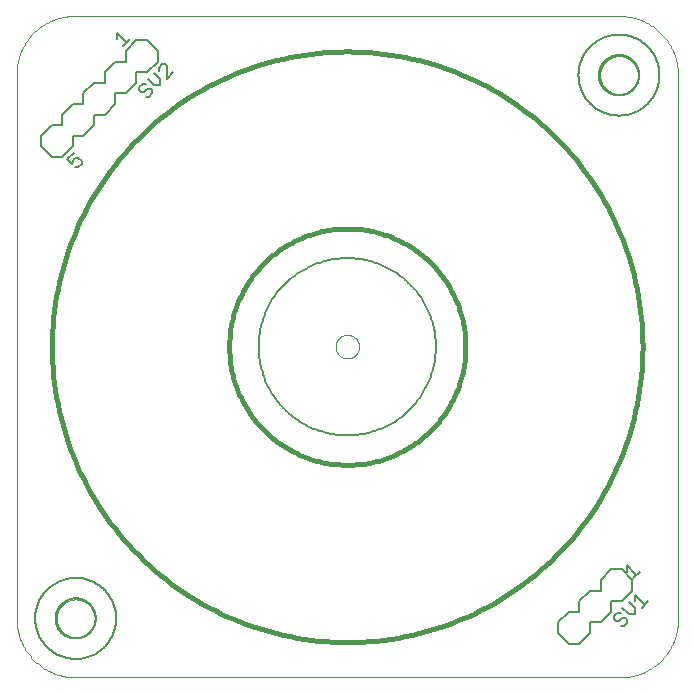
<source format=gto>
G75*
%MOIN*%
%OFA0B0*%
%FSLAX25Y25*%
%IPPOS*%
%LPD*%
%AMOC8*
5,1,8,0,0,1.08239X$1,22.5*
%
%ADD10C,0.00039*%
%ADD11C,0.00600*%
%ADD12C,0.00800*%
%ADD13C,0.00000*%
%ADD14C,0.01575*%
%ADD15C,0.00500*%
D10*
X0059997Y0061910D02*
X0059997Y0243406D01*
X0060003Y0243872D01*
X0060020Y0244338D01*
X0060048Y0244803D01*
X0060087Y0245268D01*
X0060138Y0245731D01*
X0060199Y0246193D01*
X0060272Y0246654D01*
X0060356Y0247112D01*
X0060451Y0247569D01*
X0060558Y0248023D01*
X0060675Y0248474D01*
X0060802Y0248922D01*
X0060941Y0249367D01*
X0061091Y0249809D01*
X0061251Y0250247D01*
X0061421Y0250681D01*
X0061602Y0251110D01*
X0061793Y0251535D01*
X0061995Y0251956D01*
X0062207Y0252371D01*
X0062428Y0252781D01*
X0062660Y0253186D01*
X0062901Y0253585D01*
X0063152Y0253978D01*
X0063412Y0254365D01*
X0063681Y0254745D01*
X0063960Y0255119D01*
X0064247Y0255486D01*
X0064544Y0255846D01*
X0064848Y0256198D01*
X0065162Y0256543D01*
X0065483Y0256881D01*
X0065813Y0257211D01*
X0066151Y0257532D01*
X0066496Y0257846D01*
X0066848Y0258150D01*
X0067208Y0258447D01*
X0067575Y0258734D01*
X0067949Y0259013D01*
X0068329Y0259282D01*
X0068716Y0259542D01*
X0069109Y0259793D01*
X0069508Y0260034D01*
X0069913Y0260266D01*
X0070323Y0260487D01*
X0070738Y0260699D01*
X0071159Y0260901D01*
X0071584Y0261092D01*
X0072013Y0261273D01*
X0072447Y0261443D01*
X0072885Y0261603D01*
X0073327Y0261753D01*
X0073772Y0261892D01*
X0074220Y0262019D01*
X0074671Y0262136D01*
X0075125Y0262243D01*
X0075582Y0262338D01*
X0076040Y0262422D01*
X0076501Y0262495D01*
X0076963Y0262556D01*
X0077426Y0262607D01*
X0077891Y0262646D01*
X0078356Y0262674D01*
X0078822Y0262691D01*
X0079288Y0262697D01*
X0260784Y0262697D01*
X0261260Y0262691D01*
X0261735Y0262674D01*
X0262210Y0262645D01*
X0262684Y0262605D01*
X0263157Y0262553D01*
X0263628Y0262490D01*
X0264098Y0262416D01*
X0264566Y0262330D01*
X0265032Y0262233D01*
X0265495Y0262125D01*
X0265955Y0262006D01*
X0266413Y0261875D01*
X0266867Y0261734D01*
X0267318Y0261581D01*
X0267764Y0261418D01*
X0268207Y0261244D01*
X0268645Y0261059D01*
X0269079Y0260864D01*
X0269508Y0260658D01*
X0269932Y0260442D01*
X0270351Y0260216D01*
X0270764Y0259980D01*
X0271171Y0259734D01*
X0271572Y0259478D01*
X0271966Y0259212D01*
X0272355Y0258937D01*
X0272736Y0258653D01*
X0273110Y0258360D01*
X0273478Y0258058D01*
X0273838Y0257746D01*
X0274190Y0257427D01*
X0274534Y0257099D01*
X0274871Y0256762D01*
X0275199Y0256418D01*
X0275518Y0256066D01*
X0275830Y0255706D01*
X0276132Y0255338D01*
X0276425Y0254964D01*
X0276709Y0254583D01*
X0276984Y0254194D01*
X0277250Y0253800D01*
X0277506Y0253399D01*
X0277752Y0252992D01*
X0277988Y0252579D01*
X0278214Y0252160D01*
X0278430Y0251736D01*
X0278636Y0251307D01*
X0278831Y0250873D01*
X0279016Y0250435D01*
X0279190Y0249992D01*
X0279353Y0249546D01*
X0279506Y0249095D01*
X0279647Y0248641D01*
X0279778Y0248183D01*
X0279897Y0247723D01*
X0280005Y0247260D01*
X0280102Y0246794D01*
X0280188Y0246326D01*
X0280262Y0245856D01*
X0280325Y0245385D01*
X0280377Y0244912D01*
X0280417Y0244438D01*
X0280446Y0243963D01*
X0280463Y0243488D01*
X0280469Y0243012D01*
X0280469Y0061516D01*
X0280463Y0061050D01*
X0280446Y0060584D01*
X0280418Y0060119D01*
X0280379Y0059654D01*
X0280328Y0059191D01*
X0280267Y0058729D01*
X0280194Y0058268D01*
X0280110Y0057810D01*
X0280015Y0057353D01*
X0279908Y0056899D01*
X0279791Y0056448D01*
X0279664Y0056000D01*
X0279525Y0055555D01*
X0279375Y0055113D01*
X0279215Y0054675D01*
X0279045Y0054241D01*
X0278864Y0053812D01*
X0278673Y0053387D01*
X0278471Y0052966D01*
X0278259Y0052551D01*
X0278038Y0052141D01*
X0277806Y0051736D01*
X0277565Y0051337D01*
X0277314Y0050944D01*
X0277054Y0050557D01*
X0276785Y0050177D01*
X0276506Y0049803D01*
X0276219Y0049436D01*
X0275922Y0049076D01*
X0275618Y0048724D01*
X0275304Y0048379D01*
X0274983Y0048041D01*
X0274653Y0047711D01*
X0274315Y0047390D01*
X0273970Y0047076D01*
X0273618Y0046772D01*
X0273258Y0046475D01*
X0272891Y0046188D01*
X0272517Y0045909D01*
X0272137Y0045640D01*
X0271750Y0045380D01*
X0271357Y0045129D01*
X0270958Y0044888D01*
X0270553Y0044656D01*
X0270143Y0044435D01*
X0269728Y0044223D01*
X0269307Y0044021D01*
X0268882Y0043830D01*
X0268453Y0043649D01*
X0268019Y0043479D01*
X0267581Y0043319D01*
X0267139Y0043169D01*
X0266694Y0043030D01*
X0266246Y0042903D01*
X0265795Y0042786D01*
X0265341Y0042679D01*
X0264884Y0042584D01*
X0264426Y0042500D01*
X0263965Y0042427D01*
X0263503Y0042366D01*
X0263040Y0042315D01*
X0262575Y0042276D01*
X0262110Y0042248D01*
X0261644Y0042231D01*
X0261178Y0042225D01*
X0079682Y0042225D01*
X0079206Y0042231D01*
X0078731Y0042248D01*
X0078256Y0042277D01*
X0077782Y0042317D01*
X0077309Y0042369D01*
X0076838Y0042432D01*
X0076368Y0042506D01*
X0075900Y0042592D01*
X0075434Y0042689D01*
X0074971Y0042797D01*
X0074511Y0042916D01*
X0074053Y0043047D01*
X0073599Y0043188D01*
X0073148Y0043341D01*
X0072702Y0043504D01*
X0072259Y0043678D01*
X0071821Y0043863D01*
X0071387Y0044058D01*
X0070958Y0044264D01*
X0070534Y0044480D01*
X0070115Y0044706D01*
X0069702Y0044942D01*
X0069295Y0045188D01*
X0068894Y0045444D01*
X0068500Y0045710D01*
X0068111Y0045985D01*
X0067730Y0046269D01*
X0067356Y0046562D01*
X0066988Y0046864D01*
X0066628Y0047176D01*
X0066276Y0047495D01*
X0065932Y0047823D01*
X0065595Y0048160D01*
X0065267Y0048504D01*
X0064948Y0048856D01*
X0064636Y0049216D01*
X0064334Y0049584D01*
X0064041Y0049958D01*
X0063757Y0050339D01*
X0063482Y0050728D01*
X0063216Y0051122D01*
X0062960Y0051523D01*
X0062714Y0051930D01*
X0062478Y0052343D01*
X0062252Y0052762D01*
X0062036Y0053186D01*
X0061830Y0053615D01*
X0061635Y0054049D01*
X0061450Y0054487D01*
X0061276Y0054930D01*
X0061113Y0055376D01*
X0060960Y0055827D01*
X0060819Y0056281D01*
X0060688Y0056739D01*
X0060569Y0057199D01*
X0060461Y0057662D01*
X0060364Y0058128D01*
X0060278Y0058596D01*
X0060204Y0059066D01*
X0060141Y0059537D01*
X0060089Y0060010D01*
X0060049Y0060484D01*
X0060020Y0060959D01*
X0060003Y0061434D01*
X0059997Y0061910D01*
D11*
X0066182Y0061910D02*
X0066186Y0062241D01*
X0066198Y0062572D01*
X0066219Y0062903D01*
X0066247Y0063233D01*
X0066284Y0063563D01*
X0066328Y0063891D01*
X0066381Y0064218D01*
X0066441Y0064544D01*
X0066510Y0064868D01*
X0066587Y0065190D01*
X0066671Y0065511D01*
X0066763Y0065829D01*
X0066863Y0066145D01*
X0066971Y0066458D01*
X0067087Y0066769D01*
X0067210Y0067076D01*
X0067340Y0067381D01*
X0067478Y0067682D01*
X0067623Y0067980D01*
X0067776Y0068274D01*
X0067936Y0068564D01*
X0068103Y0068850D01*
X0068276Y0069132D01*
X0068457Y0069410D01*
X0068645Y0069683D01*
X0068839Y0069952D01*
X0069039Y0070216D01*
X0069246Y0070474D01*
X0069460Y0070728D01*
X0069679Y0070976D01*
X0069905Y0071219D01*
X0070136Y0071456D01*
X0070373Y0071687D01*
X0070616Y0071913D01*
X0070864Y0072132D01*
X0071118Y0072346D01*
X0071376Y0072553D01*
X0071640Y0072753D01*
X0071909Y0072947D01*
X0072182Y0073135D01*
X0072460Y0073316D01*
X0072742Y0073489D01*
X0073028Y0073656D01*
X0073318Y0073816D01*
X0073612Y0073969D01*
X0073910Y0074114D01*
X0074211Y0074252D01*
X0074516Y0074382D01*
X0074823Y0074505D01*
X0075134Y0074621D01*
X0075447Y0074729D01*
X0075763Y0074829D01*
X0076081Y0074921D01*
X0076402Y0075005D01*
X0076724Y0075082D01*
X0077048Y0075151D01*
X0077374Y0075211D01*
X0077701Y0075264D01*
X0078029Y0075308D01*
X0078359Y0075345D01*
X0078689Y0075373D01*
X0079020Y0075394D01*
X0079351Y0075406D01*
X0079682Y0075410D01*
X0080013Y0075406D01*
X0080344Y0075394D01*
X0080675Y0075373D01*
X0081005Y0075345D01*
X0081335Y0075308D01*
X0081663Y0075264D01*
X0081990Y0075211D01*
X0082316Y0075151D01*
X0082640Y0075082D01*
X0082962Y0075005D01*
X0083283Y0074921D01*
X0083601Y0074829D01*
X0083917Y0074729D01*
X0084230Y0074621D01*
X0084541Y0074505D01*
X0084848Y0074382D01*
X0085153Y0074252D01*
X0085454Y0074114D01*
X0085752Y0073969D01*
X0086046Y0073816D01*
X0086336Y0073656D01*
X0086622Y0073489D01*
X0086904Y0073316D01*
X0087182Y0073135D01*
X0087455Y0072947D01*
X0087724Y0072753D01*
X0087988Y0072553D01*
X0088246Y0072346D01*
X0088500Y0072132D01*
X0088748Y0071913D01*
X0088991Y0071687D01*
X0089228Y0071456D01*
X0089459Y0071219D01*
X0089685Y0070976D01*
X0089904Y0070728D01*
X0090118Y0070474D01*
X0090325Y0070216D01*
X0090525Y0069952D01*
X0090719Y0069683D01*
X0090907Y0069410D01*
X0091088Y0069132D01*
X0091261Y0068850D01*
X0091428Y0068564D01*
X0091588Y0068274D01*
X0091741Y0067980D01*
X0091886Y0067682D01*
X0092024Y0067381D01*
X0092154Y0067076D01*
X0092277Y0066769D01*
X0092393Y0066458D01*
X0092501Y0066145D01*
X0092601Y0065829D01*
X0092693Y0065511D01*
X0092777Y0065190D01*
X0092854Y0064868D01*
X0092923Y0064544D01*
X0092983Y0064218D01*
X0093036Y0063891D01*
X0093080Y0063563D01*
X0093117Y0063233D01*
X0093145Y0062903D01*
X0093166Y0062572D01*
X0093178Y0062241D01*
X0093182Y0061910D01*
X0093178Y0061579D01*
X0093166Y0061248D01*
X0093145Y0060917D01*
X0093117Y0060587D01*
X0093080Y0060257D01*
X0093036Y0059929D01*
X0092983Y0059602D01*
X0092923Y0059276D01*
X0092854Y0058952D01*
X0092777Y0058630D01*
X0092693Y0058309D01*
X0092601Y0057991D01*
X0092501Y0057675D01*
X0092393Y0057362D01*
X0092277Y0057051D01*
X0092154Y0056744D01*
X0092024Y0056439D01*
X0091886Y0056138D01*
X0091741Y0055840D01*
X0091588Y0055546D01*
X0091428Y0055256D01*
X0091261Y0054970D01*
X0091088Y0054688D01*
X0090907Y0054410D01*
X0090719Y0054137D01*
X0090525Y0053868D01*
X0090325Y0053604D01*
X0090118Y0053346D01*
X0089904Y0053092D01*
X0089685Y0052844D01*
X0089459Y0052601D01*
X0089228Y0052364D01*
X0088991Y0052133D01*
X0088748Y0051907D01*
X0088500Y0051688D01*
X0088246Y0051474D01*
X0087988Y0051267D01*
X0087724Y0051067D01*
X0087455Y0050873D01*
X0087182Y0050685D01*
X0086904Y0050504D01*
X0086622Y0050331D01*
X0086336Y0050164D01*
X0086046Y0050004D01*
X0085752Y0049851D01*
X0085454Y0049706D01*
X0085153Y0049568D01*
X0084848Y0049438D01*
X0084541Y0049315D01*
X0084230Y0049199D01*
X0083917Y0049091D01*
X0083601Y0048991D01*
X0083283Y0048899D01*
X0082962Y0048815D01*
X0082640Y0048738D01*
X0082316Y0048669D01*
X0081990Y0048609D01*
X0081663Y0048556D01*
X0081335Y0048512D01*
X0081005Y0048475D01*
X0080675Y0048447D01*
X0080344Y0048426D01*
X0080013Y0048414D01*
X0079682Y0048410D01*
X0079351Y0048414D01*
X0079020Y0048426D01*
X0078689Y0048447D01*
X0078359Y0048475D01*
X0078029Y0048512D01*
X0077701Y0048556D01*
X0077374Y0048609D01*
X0077048Y0048669D01*
X0076724Y0048738D01*
X0076402Y0048815D01*
X0076081Y0048899D01*
X0075763Y0048991D01*
X0075447Y0049091D01*
X0075134Y0049199D01*
X0074823Y0049315D01*
X0074516Y0049438D01*
X0074211Y0049568D01*
X0073910Y0049706D01*
X0073612Y0049851D01*
X0073318Y0050004D01*
X0073028Y0050164D01*
X0072742Y0050331D01*
X0072460Y0050504D01*
X0072182Y0050685D01*
X0071909Y0050873D01*
X0071640Y0051067D01*
X0071376Y0051267D01*
X0071118Y0051474D01*
X0070864Y0051688D01*
X0070616Y0051907D01*
X0070373Y0052133D01*
X0070136Y0052364D01*
X0069905Y0052601D01*
X0069679Y0052844D01*
X0069460Y0053092D01*
X0069246Y0053346D01*
X0069039Y0053604D01*
X0068839Y0053868D01*
X0068645Y0054137D01*
X0068457Y0054410D01*
X0068276Y0054688D01*
X0068103Y0054970D01*
X0067936Y0055256D01*
X0067776Y0055546D01*
X0067623Y0055840D01*
X0067478Y0056138D01*
X0067340Y0056439D01*
X0067210Y0056744D01*
X0067087Y0057051D01*
X0066971Y0057362D01*
X0066863Y0057675D01*
X0066763Y0057991D01*
X0066671Y0058309D01*
X0066587Y0058630D01*
X0066510Y0058952D01*
X0066441Y0059276D01*
X0066381Y0059602D01*
X0066328Y0059929D01*
X0066284Y0060257D01*
X0066247Y0060587D01*
X0066219Y0060917D01*
X0066198Y0061248D01*
X0066186Y0061579D01*
X0066182Y0061910D01*
X0071646Y0215693D02*
X0068110Y0219228D01*
X0068110Y0222764D01*
X0071646Y0226299D01*
X0075181Y0226299D01*
X0075181Y0229835D01*
X0078717Y0233371D01*
X0082252Y0233371D01*
X0082252Y0236906D01*
X0085788Y0240442D01*
X0089324Y0240442D01*
X0089324Y0243977D01*
X0092859Y0247513D01*
X0096395Y0247513D01*
X0096395Y0251048D01*
X0099930Y0254584D01*
X0103466Y0254584D01*
X0107001Y0251048D01*
X0107001Y0247513D01*
X0103466Y0243977D01*
X0099930Y0243977D01*
X0099930Y0240442D01*
X0096395Y0236906D01*
X0092859Y0236906D01*
X0092859Y0233371D01*
X0089324Y0229835D01*
X0085788Y0229835D01*
X0085788Y0226299D01*
X0082252Y0222764D01*
X0078717Y0222764D01*
X0078717Y0219228D01*
X0075181Y0215693D01*
X0071646Y0215693D01*
X0240536Y0060544D02*
X0240536Y0057008D01*
X0244071Y0053473D01*
X0247607Y0053473D01*
X0251142Y0057008D01*
X0251142Y0060544D01*
X0254678Y0060544D01*
X0258213Y0064079D01*
X0258213Y0067615D01*
X0261749Y0067615D01*
X0265284Y0071150D01*
X0265284Y0074686D01*
X0261749Y0078221D01*
X0258213Y0078221D01*
X0254678Y0074686D01*
X0254678Y0071150D01*
X0251142Y0071150D01*
X0247607Y0067615D01*
X0247607Y0064079D01*
X0244071Y0064079D01*
X0240536Y0060544D01*
X0247284Y0243012D02*
X0247288Y0243343D01*
X0247300Y0243674D01*
X0247321Y0244005D01*
X0247349Y0244335D01*
X0247386Y0244665D01*
X0247430Y0244993D01*
X0247483Y0245320D01*
X0247543Y0245646D01*
X0247612Y0245970D01*
X0247689Y0246292D01*
X0247773Y0246613D01*
X0247865Y0246931D01*
X0247965Y0247247D01*
X0248073Y0247560D01*
X0248189Y0247871D01*
X0248312Y0248178D01*
X0248442Y0248483D01*
X0248580Y0248784D01*
X0248725Y0249082D01*
X0248878Y0249376D01*
X0249038Y0249666D01*
X0249205Y0249952D01*
X0249378Y0250234D01*
X0249559Y0250512D01*
X0249747Y0250785D01*
X0249941Y0251054D01*
X0250141Y0251318D01*
X0250348Y0251576D01*
X0250562Y0251830D01*
X0250781Y0252078D01*
X0251007Y0252321D01*
X0251238Y0252558D01*
X0251475Y0252789D01*
X0251718Y0253015D01*
X0251966Y0253234D01*
X0252220Y0253448D01*
X0252478Y0253655D01*
X0252742Y0253855D01*
X0253011Y0254049D01*
X0253284Y0254237D01*
X0253562Y0254418D01*
X0253844Y0254591D01*
X0254130Y0254758D01*
X0254420Y0254918D01*
X0254714Y0255071D01*
X0255012Y0255216D01*
X0255313Y0255354D01*
X0255618Y0255484D01*
X0255925Y0255607D01*
X0256236Y0255723D01*
X0256549Y0255831D01*
X0256865Y0255931D01*
X0257183Y0256023D01*
X0257504Y0256107D01*
X0257826Y0256184D01*
X0258150Y0256253D01*
X0258476Y0256313D01*
X0258803Y0256366D01*
X0259131Y0256410D01*
X0259461Y0256447D01*
X0259791Y0256475D01*
X0260122Y0256496D01*
X0260453Y0256508D01*
X0260784Y0256512D01*
X0261115Y0256508D01*
X0261446Y0256496D01*
X0261777Y0256475D01*
X0262107Y0256447D01*
X0262437Y0256410D01*
X0262765Y0256366D01*
X0263092Y0256313D01*
X0263418Y0256253D01*
X0263742Y0256184D01*
X0264064Y0256107D01*
X0264385Y0256023D01*
X0264703Y0255931D01*
X0265019Y0255831D01*
X0265332Y0255723D01*
X0265643Y0255607D01*
X0265950Y0255484D01*
X0266255Y0255354D01*
X0266556Y0255216D01*
X0266854Y0255071D01*
X0267148Y0254918D01*
X0267438Y0254758D01*
X0267724Y0254591D01*
X0268006Y0254418D01*
X0268284Y0254237D01*
X0268557Y0254049D01*
X0268826Y0253855D01*
X0269090Y0253655D01*
X0269348Y0253448D01*
X0269602Y0253234D01*
X0269850Y0253015D01*
X0270093Y0252789D01*
X0270330Y0252558D01*
X0270561Y0252321D01*
X0270787Y0252078D01*
X0271006Y0251830D01*
X0271220Y0251576D01*
X0271427Y0251318D01*
X0271627Y0251054D01*
X0271821Y0250785D01*
X0272009Y0250512D01*
X0272190Y0250234D01*
X0272363Y0249952D01*
X0272530Y0249666D01*
X0272690Y0249376D01*
X0272843Y0249082D01*
X0272988Y0248784D01*
X0273126Y0248483D01*
X0273256Y0248178D01*
X0273379Y0247871D01*
X0273495Y0247560D01*
X0273603Y0247247D01*
X0273703Y0246931D01*
X0273795Y0246613D01*
X0273879Y0246292D01*
X0273956Y0245970D01*
X0274025Y0245646D01*
X0274085Y0245320D01*
X0274138Y0244993D01*
X0274182Y0244665D01*
X0274219Y0244335D01*
X0274247Y0244005D01*
X0274268Y0243674D01*
X0274280Y0243343D01*
X0274284Y0243012D01*
X0274280Y0242681D01*
X0274268Y0242350D01*
X0274247Y0242019D01*
X0274219Y0241689D01*
X0274182Y0241359D01*
X0274138Y0241031D01*
X0274085Y0240704D01*
X0274025Y0240378D01*
X0273956Y0240054D01*
X0273879Y0239732D01*
X0273795Y0239411D01*
X0273703Y0239093D01*
X0273603Y0238777D01*
X0273495Y0238464D01*
X0273379Y0238153D01*
X0273256Y0237846D01*
X0273126Y0237541D01*
X0272988Y0237240D01*
X0272843Y0236942D01*
X0272690Y0236648D01*
X0272530Y0236358D01*
X0272363Y0236072D01*
X0272190Y0235790D01*
X0272009Y0235512D01*
X0271821Y0235239D01*
X0271627Y0234970D01*
X0271427Y0234706D01*
X0271220Y0234448D01*
X0271006Y0234194D01*
X0270787Y0233946D01*
X0270561Y0233703D01*
X0270330Y0233466D01*
X0270093Y0233235D01*
X0269850Y0233009D01*
X0269602Y0232790D01*
X0269348Y0232576D01*
X0269090Y0232369D01*
X0268826Y0232169D01*
X0268557Y0231975D01*
X0268284Y0231787D01*
X0268006Y0231606D01*
X0267724Y0231433D01*
X0267438Y0231266D01*
X0267148Y0231106D01*
X0266854Y0230953D01*
X0266556Y0230808D01*
X0266255Y0230670D01*
X0265950Y0230540D01*
X0265643Y0230417D01*
X0265332Y0230301D01*
X0265019Y0230193D01*
X0264703Y0230093D01*
X0264385Y0230001D01*
X0264064Y0229917D01*
X0263742Y0229840D01*
X0263418Y0229771D01*
X0263092Y0229711D01*
X0262765Y0229658D01*
X0262437Y0229614D01*
X0262107Y0229577D01*
X0261777Y0229549D01*
X0261446Y0229528D01*
X0261115Y0229516D01*
X0260784Y0229512D01*
X0260453Y0229516D01*
X0260122Y0229528D01*
X0259791Y0229549D01*
X0259461Y0229577D01*
X0259131Y0229614D01*
X0258803Y0229658D01*
X0258476Y0229711D01*
X0258150Y0229771D01*
X0257826Y0229840D01*
X0257504Y0229917D01*
X0257183Y0230001D01*
X0256865Y0230093D01*
X0256549Y0230193D01*
X0256236Y0230301D01*
X0255925Y0230417D01*
X0255618Y0230540D01*
X0255313Y0230670D01*
X0255012Y0230808D01*
X0254714Y0230953D01*
X0254420Y0231106D01*
X0254130Y0231266D01*
X0253844Y0231433D01*
X0253562Y0231606D01*
X0253284Y0231787D01*
X0253011Y0231975D01*
X0252742Y0232169D01*
X0252478Y0232369D01*
X0252220Y0232576D01*
X0251966Y0232790D01*
X0251718Y0233009D01*
X0251475Y0233235D01*
X0251238Y0233466D01*
X0251007Y0233703D01*
X0250781Y0233946D01*
X0250562Y0234194D01*
X0250348Y0234448D01*
X0250141Y0234706D01*
X0249941Y0234970D01*
X0249747Y0235239D01*
X0249559Y0235512D01*
X0249378Y0235790D01*
X0249205Y0236072D01*
X0249038Y0236358D01*
X0248878Y0236648D01*
X0248725Y0236942D01*
X0248580Y0237240D01*
X0248442Y0237541D01*
X0248312Y0237846D01*
X0248189Y0238153D01*
X0248073Y0238464D01*
X0247965Y0238777D01*
X0247865Y0239093D01*
X0247773Y0239411D01*
X0247689Y0239732D01*
X0247612Y0240054D01*
X0247543Y0240378D01*
X0247483Y0240704D01*
X0247430Y0241031D01*
X0247386Y0241359D01*
X0247349Y0241689D01*
X0247321Y0242019D01*
X0247300Y0242350D01*
X0247288Y0242681D01*
X0247284Y0243012D01*
D12*
X0254091Y0243012D02*
X0254093Y0243176D01*
X0254099Y0243340D01*
X0254109Y0243504D01*
X0254123Y0243668D01*
X0254141Y0243831D01*
X0254163Y0243994D01*
X0254190Y0244156D01*
X0254220Y0244318D01*
X0254254Y0244478D01*
X0254292Y0244638D01*
X0254333Y0244797D01*
X0254379Y0244955D01*
X0254429Y0245111D01*
X0254482Y0245267D01*
X0254539Y0245421D01*
X0254600Y0245573D01*
X0254665Y0245724D01*
X0254734Y0245874D01*
X0254806Y0246021D01*
X0254881Y0246167D01*
X0254961Y0246311D01*
X0255043Y0246453D01*
X0255129Y0246593D01*
X0255219Y0246730D01*
X0255312Y0246866D01*
X0255408Y0246999D01*
X0255508Y0247130D01*
X0255610Y0247258D01*
X0255716Y0247384D01*
X0255825Y0247507D01*
X0255937Y0247627D01*
X0256051Y0247745D01*
X0256169Y0247859D01*
X0256289Y0247971D01*
X0256412Y0248080D01*
X0256538Y0248186D01*
X0256666Y0248288D01*
X0256797Y0248388D01*
X0256930Y0248484D01*
X0257066Y0248577D01*
X0257203Y0248667D01*
X0257343Y0248753D01*
X0257485Y0248835D01*
X0257629Y0248915D01*
X0257775Y0248990D01*
X0257922Y0249062D01*
X0258072Y0249131D01*
X0258223Y0249196D01*
X0258375Y0249257D01*
X0258529Y0249314D01*
X0258685Y0249367D01*
X0258841Y0249417D01*
X0258999Y0249463D01*
X0259158Y0249504D01*
X0259318Y0249542D01*
X0259478Y0249576D01*
X0259640Y0249606D01*
X0259802Y0249633D01*
X0259965Y0249655D01*
X0260128Y0249673D01*
X0260292Y0249687D01*
X0260456Y0249697D01*
X0260620Y0249703D01*
X0260784Y0249705D01*
X0260948Y0249703D01*
X0261112Y0249697D01*
X0261276Y0249687D01*
X0261440Y0249673D01*
X0261603Y0249655D01*
X0261766Y0249633D01*
X0261928Y0249606D01*
X0262090Y0249576D01*
X0262250Y0249542D01*
X0262410Y0249504D01*
X0262569Y0249463D01*
X0262727Y0249417D01*
X0262883Y0249367D01*
X0263039Y0249314D01*
X0263193Y0249257D01*
X0263345Y0249196D01*
X0263496Y0249131D01*
X0263646Y0249062D01*
X0263793Y0248990D01*
X0263939Y0248915D01*
X0264083Y0248835D01*
X0264225Y0248753D01*
X0264365Y0248667D01*
X0264502Y0248577D01*
X0264638Y0248484D01*
X0264771Y0248388D01*
X0264902Y0248288D01*
X0265030Y0248186D01*
X0265156Y0248080D01*
X0265279Y0247971D01*
X0265399Y0247859D01*
X0265517Y0247745D01*
X0265631Y0247627D01*
X0265743Y0247507D01*
X0265852Y0247384D01*
X0265958Y0247258D01*
X0266060Y0247130D01*
X0266160Y0246999D01*
X0266256Y0246866D01*
X0266349Y0246730D01*
X0266439Y0246593D01*
X0266525Y0246453D01*
X0266607Y0246311D01*
X0266687Y0246167D01*
X0266762Y0246021D01*
X0266834Y0245874D01*
X0266903Y0245724D01*
X0266968Y0245573D01*
X0267029Y0245421D01*
X0267086Y0245267D01*
X0267139Y0245111D01*
X0267189Y0244955D01*
X0267235Y0244797D01*
X0267276Y0244638D01*
X0267314Y0244478D01*
X0267348Y0244318D01*
X0267378Y0244156D01*
X0267405Y0243994D01*
X0267427Y0243831D01*
X0267445Y0243668D01*
X0267459Y0243504D01*
X0267469Y0243340D01*
X0267475Y0243176D01*
X0267477Y0243012D01*
X0267475Y0242848D01*
X0267469Y0242684D01*
X0267459Y0242520D01*
X0267445Y0242356D01*
X0267427Y0242193D01*
X0267405Y0242030D01*
X0267378Y0241868D01*
X0267348Y0241706D01*
X0267314Y0241546D01*
X0267276Y0241386D01*
X0267235Y0241227D01*
X0267189Y0241069D01*
X0267139Y0240913D01*
X0267086Y0240757D01*
X0267029Y0240603D01*
X0266968Y0240451D01*
X0266903Y0240300D01*
X0266834Y0240150D01*
X0266762Y0240003D01*
X0266687Y0239857D01*
X0266607Y0239713D01*
X0266525Y0239571D01*
X0266439Y0239431D01*
X0266349Y0239294D01*
X0266256Y0239158D01*
X0266160Y0239025D01*
X0266060Y0238894D01*
X0265958Y0238766D01*
X0265852Y0238640D01*
X0265743Y0238517D01*
X0265631Y0238397D01*
X0265517Y0238279D01*
X0265399Y0238165D01*
X0265279Y0238053D01*
X0265156Y0237944D01*
X0265030Y0237838D01*
X0264902Y0237736D01*
X0264771Y0237636D01*
X0264638Y0237540D01*
X0264502Y0237447D01*
X0264365Y0237357D01*
X0264225Y0237271D01*
X0264083Y0237189D01*
X0263939Y0237109D01*
X0263793Y0237034D01*
X0263646Y0236962D01*
X0263496Y0236893D01*
X0263345Y0236828D01*
X0263193Y0236767D01*
X0263039Y0236710D01*
X0262883Y0236657D01*
X0262727Y0236607D01*
X0262569Y0236561D01*
X0262410Y0236520D01*
X0262250Y0236482D01*
X0262090Y0236448D01*
X0261928Y0236418D01*
X0261766Y0236391D01*
X0261603Y0236369D01*
X0261440Y0236351D01*
X0261276Y0236337D01*
X0261112Y0236327D01*
X0260948Y0236321D01*
X0260784Y0236319D01*
X0260620Y0236321D01*
X0260456Y0236327D01*
X0260292Y0236337D01*
X0260128Y0236351D01*
X0259965Y0236369D01*
X0259802Y0236391D01*
X0259640Y0236418D01*
X0259478Y0236448D01*
X0259318Y0236482D01*
X0259158Y0236520D01*
X0258999Y0236561D01*
X0258841Y0236607D01*
X0258685Y0236657D01*
X0258529Y0236710D01*
X0258375Y0236767D01*
X0258223Y0236828D01*
X0258072Y0236893D01*
X0257922Y0236962D01*
X0257775Y0237034D01*
X0257629Y0237109D01*
X0257485Y0237189D01*
X0257343Y0237271D01*
X0257203Y0237357D01*
X0257066Y0237447D01*
X0256930Y0237540D01*
X0256797Y0237636D01*
X0256666Y0237736D01*
X0256538Y0237838D01*
X0256412Y0237944D01*
X0256289Y0238053D01*
X0256169Y0238165D01*
X0256051Y0238279D01*
X0255937Y0238397D01*
X0255825Y0238517D01*
X0255716Y0238640D01*
X0255610Y0238766D01*
X0255508Y0238894D01*
X0255408Y0239025D01*
X0255312Y0239158D01*
X0255219Y0239294D01*
X0255129Y0239431D01*
X0255043Y0239571D01*
X0254961Y0239713D01*
X0254881Y0239857D01*
X0254806Y0240003D01*
X0254734Y0240150D01*
X0254665Y0240300D01*
X0254600Y0240451D01*
X0254539Y0240603D01*
X0254482Y0240757D01*
X0254429Y0240913D01*
X0254379Y0241069D01*
X0254333Y0241227D01*
X0254292Y0241386D01*
X0254254Y0241546D01*
X0254220Y0241706D01*
X0254190Y0241868D01*
X0254163Y0242030D01*
X0254141Y0242193D01*
X0254123Y0242356D01*
X0254109Y0242520D01*
X0254099Y0242684D01*
X0254093Y0242848D01*
X0254091Y0243012D01*
X0072989Y0061910D02*
X0072991Y0062074D01*
X0072997Y0062238D01*
X0073007Y0062402D01*
X0073021Y0062566D01*
X0073039Y0062729D01*
X0073061Y0062892D01*
X0073088Y0063054D01*
X0073118Y0063216D01*
X0073152Y0063376D01*
X0073190Y0063536D01*
X0073231Y0063695D01*
X0073277Y0063853D01*
X0073327Y0064009D01*
X0073380Y0064165D01*
X0073437Y0064319D01*
X0073498Y0064471D01*
X0073563Y0064622D01*
X0073632Y0064772D01*
X0073704Y0064919D01*
X0073779Y0065065D01*
X0073859Y0065209D01*
X0073941Y0065351D01*
X0074027Y0065491D01*
X0074117Y0065628D01*
X0074210Y0065764D01*
X0074306Y0065897D01*
X0074406Y0066028D01*
X0074508Y0066156D01*
X0074614Y0066282D01*
X0074723Y0066405D01*
X0074835Y0066525D01*
X0074949Y0066643D01*
X0075067Y0066757D01*
X0075187Y0066869D01*
X0075310Y0066978D01*
X0075436Y0067084D01*
X0075564Y0067186D01*
X0075695Y0067286D01*
X0075828Y0067382D01*
X0075964Y0067475D01*
X0076101Y0067565D01*
X0076241Y0067651D01*
X0076383Y0067733D01*
X0076527Y0067813D01*
X0076673Y0067888D01*
X0076820Y0067960D01*
X0076970Y0068029D01*
X0077121Y0068094D01*
X0077273Y0068155D01*
X0077427Y0068212D01*
X0077583Y0068265D01*
X0077739Y0068315D01*
X0077897Y0068361D01*
X0078056Y0068402D01*
X0078216Y0068440D01*
X0078376Y0068474D01*
X0078538Y0068504D01*
X0078700Y0068531D01*
X0078863Y0068553D01*
X0079026Y0068571D01*
X0079190Y0068585D01*
X0079354Y0068595D01*
X0079518Y0068601D01*
X0079682Y0068603D01*
X0079846Y0068601D01*
X0080010Y0068595D01*
X0080174Y0068585D01*
X0080338Y0068571D01*
X0080501Y0068553D01*
X0080664Y0068531D01*
X0080826Y0068504D01*
X0080988Y0068474D01*
X0081148Y0068440D01*
X0081308Y0068402D01*
X0081467Y0068361D01*
X0081625Y0068315D01*
X0081781Y0068265D01*
X0081937Y0068212D01*
X0082091Y0068155D01*
X0082243Y0068094D01*
X0082394Y0068029D01*
X0082544Y0067960D01*
X0082691Y0067888D01*
X0082837Y0067813D01*
X0082981Y0067733D01*
X0083123Y0067651D01*
X0083263Y0067565D01*
X0083400Y0067475D01*
X0083536Y0067382D01*
X0083669Y0067286D01*
X0083800Y0067186D01*
X0083928Y0067084D01*
X0084054Y0066978D01*
X0084177Y0066869D01*
X0084297Y0066757D01*
X0084415Y0066643D01*
X0084529Y0066525D01*
X0084641Y0066405D01*
X0084750Y0066282D01*
X0084856Y0066156D01*
X0084958Y0066028D01*
X0085058Y0065897D01*
X0085154Y0065764D01*
X0085247Y0065628D01*
X0085337Y0065491D01*
X0085423Y0065351D01*
X0085505Y0065209D01*
X0085585Y0065065D01*
X0085660Y0064919D01*
X0085732Y0064772D01*
X0085801Y0064622D01*
X0085866Y0064471D01*
X0085927Y0064319D01*
X0085984Y0064165D01*
X0086037Y0064009D01*
X0086087Y0063853D01*
X0086133Y0063695D01*
X0086174Y0063536D01*
X0086212Y0063376D01*
X0086246Y0063216D01*
X0086276Y0063054D01*
X0086303Y0062892D01*
X0086325Y0062729D01*
X0086343Y0062566D01*
X0086357Y0062402D01*
X0086367Y0062238D01*
X0086373Y0062074D01*
X0086375Y0061910D01*
X0086373Y0061746D01*
X0086367Y0061582D01*
X0086357Y0061418D01*
X0086343Y0061254D01*
X0086325Y0061091D01*
X0086303Y0060928D01*
X0086276Y0060766D01*
X0086246Y0060604D01*
X0086212Y0060444D01*
X0086174Y0060284D01*
X0086133Y0060125D01*
X0086087Y0059967D01*
X0086037Y0059811D01*
X0085984Y0059655D01*
X0085927Y0059501D01*
X0085866Y0059349D01*
X0085801Y0059198D01*
X0085732Y0059048D01*
X0085660Y0058901D01*
X0085585Y0058755D01*
X0085505Y0058611D01*
X0085423Y0058469D01*
X0085337Y0058329D01*
X0085247Y0058192D01*
X0085154Y0058056D01*
X0085058Y0057923D01*
X0084958Y0057792D01*
X0084856Y0057664D01*
X0084750Y0057538D01*
X0084641Y0057415D01*
X0084529Y0057295D01*
X0084415Y0057177D01*
X0084297Y0057063D01*
X0084177Y0056951D01*
X0084054Y0056842D01*
X0083928Y0056736D01*
X0083800Y0056634D01*
X0083669Y0056534D01*
X0083536Y0056438D01*
X0083400Y0056345D01*
X0083263Y0056255D01*
X0083123Y0056169D01*
X0082981Y0056087D01*
X0082837Y0056007D01*
X0082691Y0055932D01*
X0082544Y0055860D01*
X0082394Y0055791D01*
X0082243Y0055726D01*
X0082091Y0055665D01*
X0081937Y0055608D01*
X0081781Y0055555D01*
X0081625Y0055505D01*
X0081467Y0055459D01*
X0081308Y0055418D01*
X0081148Y0055380D01*
X0080988Y0055346D01*
X0080826Y0055316D01*
X0080664Y0055289D01*
X0080501Y0055267D01*
X0080338Y0055249D01*
X0080174Y0055235D01*
X0080010Y0055225D01*
X0079846Y0055219D01*
X0079682Y0055217D01*
X0079518Y0055219D01*
X0079354Y0055225D01*
X0079190Y0055235D01*
X0079026Y0055249D01*
X0078863Y0055267D01*
X0078700Y0055289D01*
X0078538Y0055316D01*
X0078376Y0055346D01*
X0078216Y0055380D01*
X0078056Y0055418D01*
X0077897Y0055459D01*
X0077739Y0055505D01*
X0077583Y0055555D01*
X0077427Y0055608D01*
X0077273Y0055665D01*
X0077121Y0055726D01*
X0076970Y0055791D01*
X0076820Y0055860D01*
X0076673Y0055932D01*
X0076527Y0056007D01*
X0076383Y0056087D01*
X0076241Y0056169D01*
X0076101Y0056255D01*
X0075964Y0056345D01*
X0075828Y0056438D01*
X0075695Y0056534D01*
X0075564Y0056634D01*
X0075436Y0056736D01*
X0075310Y0056842D01*
X0075187Y0056951D01*
X0075067Y0057063D01*
X0074949Y0057177D01*
X0074835Y0057295D01*
X0074723Y0057415D01*
X0074614Y0057538D01*
X0074508Y0057664D01*
X0074406Y0057792D01*
X0074306Y0057923D01*
X0074210Y0058056D01*
X0074117Y0058192D01*
X0074027Y0058329D01*
X0073941Y0058469D01*
X0073859Y0058611D01*
X0073779Y0058755D01*
X0073704Y0058901D01*
X0073632Y0059048D01*
X0073563Y0059198D01*
X0073498Y0059349D01*
X0073437Y0059501D01*
X0073380Y0059655D01*
X0073327Y0059811D01*
X0073277Y0059967D01*
X0073231Y0060125D01*
X0073190Y0060284D01*
X0073152Y0060444D01*
X0073118Y0060604D01*
X0073088Y0060766D01*
X0073061Y0060928D01*
X0073039Y0061091D01*
X0073021Y0061254D01*
X0073007Y0061418D01*
X0072997Y0061582D01*
X0072991Y0061746D01*
X0072989Y0061910D01*
D13*
X0073383Y0061910D02*
X0073385Y0062068D01*
X0073391Y0062226D01*
X0073401Y0062384D01*
X0073415Y0062542D01*
X0073433Y0062699D01*
X0073454Y0062856D01*
X0073480Y0063012D01*
X0073510Y0063168D01*
X0073543Y0063323D01*
X0073581Y0063476D01*
X0073622Y0063629D01*
X0073667Y0063781D01*
X0073716Y0063932D01*
X0073769Y0064081D01*
X0073825Y0064229D01*
X0073885Y0064375D01*
X0073949Y0064520D01*
X0074017Y0064663D01*
X0074088Y0064805D01*
X0074162Y0064945D01*
X0074240Y0065082D01*
X0074322Y0065218D01*
X0074406Y0065352D01*
X0074495Y0065483D01*
X0074586Y0065612D01*
X0074681Y0065739D01*
X0074778Y0065864D01*
X0074879Y0065986D01*
X0074983Y0066105D01*
X0075090Y0066222D01*
X0075200Y0066336D01*
X0075313Y0066447D01*
X0075428Y0066556D01*
X0075546Y0066661D01*
X0075667Y0066763D01*
X0075790Y0066863D01*
X0075916Y0066959D01*
X0076044Y0067052D01*
X0076174Y0067142D01*
X0076307Y0067228D01*
X0076442Y0067312D01*
X0076578Y0067391D01*
X0076717Y0067468D01*
X0076858Y0067540D01*
X0077000Y0067610D01*
X0077144Y0067675D01*
X0077290Y0067737D01*
X0077437Y0067795D01*
X0077586Y0067850D01*
X0077736Y0067901D01*
X0077887Y0067948D01*
X0078039Y0067991D01*
X0078192Y0068030D01*
X0078347Y0068066D01*
X0078502Y0068097D01*
X0078658Y0068125D01*
X0078814Y0068149D01*
X0078971Y0068169D01*
X0079129Y0068185D01*
X0079286Y0068197D01*
X0079445Y0068205D01*
X0079603Y0068209D01*
X0079761Y0068209D01*
X0079919Y0068205D01*
X0080078Y0068197D01*
X0080235Y0068185D01*
X0080393Y0068169D01*
X0080550Y0068149D01*
X0080706Y0068125D01*
X0080862Y0068097D01*
X0081017Y0068066D01*
X0081172Y0068030D01*
X0081325Y0067991D01*
X0081477Y0067948D01*
X0081628Y0067901D01*
X0081778Y0067850D01*
X0081927Y0067795D01*
X0082074Y0067737D01*
X0082220Y0067675D01*
X0082364Y0067610D01*
X0082506Y0067540D01*
X0082647Y0067468D01*
X0082786Y0067391D01*
X0082922Y0067312D01*
X0083057Y0067228D01*
X0083190Y0067142D01*
X0083320Y0067052D01*
X0083448Y0066959D01*
X0083574Y0066863D01*
X0083697Y0066763D01*
X0083818Y0066661D01*
X0083936Y0066556D01*
X0084051Y0066447D01*
X0084164Y0066336D01*
X0084274Y0066222D01*
X0084381Y0066105D01*
X0084485Y0065986D01*
X0084586Y0065864D01*
X0084683Y0065739D01*
X0084778Y0065612D01*
X0084869Y0065483D01*
X0084958Y0065352D01*
X0085042Y0065218D01*
X0085124Y0065082D01*
X0085202Y0064945D01*
X0085276Y0064805D01*
X0085347Y0064663D01*
X0085415Y0064520D01*
X0085479Y0064375D01*
X0085539Y0064229D01*
X0085595Y0064081D01*
X0085648Y0063932D01*
X0085697Y0063781D01*
X0085742Y0063629D01*
X0085783Y0063476D01*
X0085821Y0063323D01*
X0085854Y0063168D01*
X0085884Y0063012D01*
X0085910Y0062856D01*
X0085931Y0062699D01*
X0085949Y0062542D01*
X0085963Y0062384D01*
X0085973Y0062226D01*
X0085979Y0062068D01*
X0085981Y0061910D01*
X0085979Y0061752D01*
X0085973Y0061594D01*
X0085963Y0061436D01*
X0085949Y0061278D01*
X0085931Y0061121D01*
X0085910Y0060964D01*
X0085884Y0060808D01*
X0085854Y0060652D01*
X0085821Y0060497D01*
X0085783Y0060344D01*
X0085742Y0060191D01*
X0085697Y0060039D01*
X0085648Y0059888D01*
X0085595Y0059739D01*
X0085539Y0059591D01*
X0085479Y0059445D01*
X0085415Y0059300D01*
X0085347Y0059157D01*
X0085276Y0059015D01*
X0085202Y0058875D01*
X0085124Y0058738D01*
X0085042Y0058602D01*
X0084958Y0058468D01*
X0084869Y0058337D01*
X0084778Y0058208D01*
X0084683Y0058081D01*
X0084586Y0057956D01*
X0084485Y0057834D01*
X0084381Y0057715D01*
X0084274Y0057598D01*
X0084164Y0057484D01*
X0084051Y0057373D01*
X0083936Y0057264D01*
X0083818Y0057159D01*
X0083697Y0057057D01*
X0083574Y0056957D01*
X0083448Y0056861D01*
X0083320Y0056768D01*
X0083190Y0056678D01*
X0083057Y0056592D01*
X0082922Y0056508D01*
X0082786Y0056429D01*
X0082647Y0056352D01*
X0082506Y0056280D01*
X0082364Y0056210D01*
X0082220Y0056145D01*
X0082074Y0056083D01*
X0081927Y0056025D01*
X0081778Y0055970D01*
X0081628Y0055919D01*
X0081477Y0055872D01*
X0081325Y0055829D01*
X0081172Y0055790D01*
X0081017Y0055754D01*
X0080862Y0055723D01*
X0080706Y0055695D01*
X0080550Y0055671D01*
X0080393Y0055651D01*
X0080235Y0055635D01*
X0080078Y0055623D01*
X0079919Y0055615D01*
X0079761Y0055611D01*
X0079603Y0055611D01*
X0079445Y0055615D01*
X0079286Y0055623D01*
X0079129Y0055635D01*
X0078971Y0055651D01*
X0078814Y0055671D01*
X0078658Y0055695D01*
X0078502Y0055723D01*
X0078347Y0055754D01*
X0078192Y0055790D01*
X0078039Y0055829D01*
X0077887Y0055872D01*
X0077736Y0055919D01*
X0077586Y0055970D01*
X0077437Y0056025D01*
X0077290Y0056083D01*
X0077144Y0056145D01*
X0077000Y0056210D01*
X0076858Y0056280D01*
X0076717Y0056352D01*
X0076578Y0056429D01*
X0076442Y0056508D01*
X0076307Y0056592D01*
X0076174Y0056678D01*
X0076044Y0056768D01*
X0075916Y0056861D01*
X0075790Y0056957D01*
X0075667Y0057057D01*
X0075546Y0057159D01*
X0075428Y0057264D01*
X0075313Y0057373D01*
X0075200Y0057484D01*
X0075090Y0057598D01*
X0074983Y0057715D01*
X0074879Y0057834D01*
X0074778Y0057956D01*
X0074681Y0058081D01*
X0074586Y0058208D01*
X0074495Y0058337D01*
X0074406Y0058468D01*
X0074322Y0058602D01*
X0074240Y0058738D01*
X0074162Y0058875D01*
X0074088Y0059015D01*
X0074017Y0059157D01*
X0073949Y0059300D01*
X0073885Y0059445D01*
X0073825Y0059591D01*
X0073769Y0059739D01*
X0073716Y0059888D01*
X0073667Y0060039D01*
X0073622Y0060191D01*
X0073581Y0060344D01*
X0073543Y0060497D01*
X0073510Y0060652D01*
X0073480Y0060808D01*
X0073454Y0060964D01*
X0073433Y0061121D01*
X0073415Y0061278D01*
X0073401Y0061436D01*
X0073391Y0061594D01*
X0073385Y0061752D01*
X0073383Y0061910D01*
X0166296Y0152461D02*
X0166298Y0152586D01*
X0166304Y0152711D01*
X0166314Y0152835D01*
X0166328Y0152959D01*
X0166345Y0153083D01*
X0166367Y0153206D01*
X0166393Y0153328D01*
X0166422Y0153450D01*
X0166455Y0153570D01*
X0166493Y0153689D01*
X0166533Y0153808D01*
X0166578Y0153924D01*
X0166626Y0154039D01*
X0166678Y0154153D01*
X0166734Y0154265D01*
X0166793Y0154375D01*
X0166855Y0154483D01*
X0166921Y0154590D01*
X0166990Y0154694D01*
X0167063Y0154795D01*
X0167138Y0154895D01*
X0167217Y0154992D01*
X0167299Y0155086D01*
X0167384Y0155178D01*
X0167471Y0155267D01*
X0167562Y0155353D01*
X0167655Y0155436D01*
X0167751Y0155517D01*
X0167849Y0155594D01*
X0167949Y0155668D01*
X0168052Y0155739D01*
X0168157Y0155806D01*
X0168265Y0155871D01*
X0168374Y0155931D01*
X0168485Y0155989D01*
X0168598Y0156042D01*
X0168712Y0156092D01*
X0168828Y0156139D01*
X0168945Y0156181D01*
X0169064Y0156220D01*
X0169184Y0156256D01*
X0169305Y0156287D01*
X0169427Y0156315D01*
X0169549Y0156338D01*
X0169673Y0156358D01*
X0169797Y0156374D01*
X0169921Y0156386D01*
X0170046Y0156394D01*
X0170171Y0156398D01*
X0170295Y0156398D01*
X0170420Y0156394D01*
X0170545Y0156386D01*
X0170669Y0156374D01*
X0170793Y0156358D01*
X0170917Y0156338D01*
X0171039Y0156315D01*
X0171161Y0156287D01*
X0171282Y0156256D01*
X0171402Y0156220D01*
X0171521Y0156181D01*
X0171638Y0156139D01*
X0171754Y0156092D01*
X0171868Y0156042D01*
X0171981Y0155989D01*
X0172092Y0155931D01*
X0172202Y0155871D01*
X0172309Y0155806D01*
X0172414Y0155739D01*
X0172517Y0155668D01*
X0172617Y0155594D01*
X0172715Y0155517D01*
X0172811Y0155436D01*
X0172904Y0155353D01*
X0172995Y0155267D01*
X0173082Y0155178D01*
X0173167Y0155086D01*
X0173249Y0154992D01*
X0173328Y0154895D01*
X0173403Y0154795D01*
X0173476Y0154694D01*
X0173545Y0154590D01*
X0173611Y0154483D01*
X0173673Y0154375D01*
X0173732Y0154265D01*
X0173788Y0154153D01*
X0173840Y0154039D01*
X0173888Y0153924D01*
X0173933Y0153808D01*
X0173973Y0153689D01*
X0174011Y0153570D01*
X0174044Y0153450D01*
X0174073Y0153328D01*
X0174099Y0153206D01*
X0174121Y0153083D01*
X0174138Y0152959D01*
X0174152Y0152835D01*
X0174162Y0152711D01*
X0174168Y0152586D01*
X0174170Y0152461D01*
X0174168Y0152336D01*
X0174162Y0152211D01*
X0174152Y0152087D01*
X0174138Y0151963D01*
X0174121Y0151839D01*
X0174099Y0151716D01*
X0174073Y0151594D01*
X0174044Y0151472D01*
X0174011Y0151352D01*
X0173973Y0151233D01*
X0173933Y0151114D01*
X0173888Y0150998D01*
X0173840Y0150883D01*
X0173788Y0150769D01*
X0173732Y0150657D01*
X0173673Y0150547D01*
X0173611Y0150439D01*
X0173545Y0150332D01*
X0173476Y0150228D01*
X0173403Y0150127D01*
X0173328Y0150027D01*
X0173249Y0149930D01*
X0173167Y0149836D01*
X0173082Y0149744D01*
X0172995Y0149655D01*
X0172904Y0149569D01*
X0172811Y0149486D01*
X0172715Y0149405D01*
X0172617Y0149328D01*
X0172517Y0149254D01*
X0172414Y0149183D01*
X0172309Y0149116D01*
X0172201Y0149051D01*
X0172092Y0148991D01*
X0171981Y0148933D01*
X0171868Y0148880D01*
X0171754Y0148830D01*
X0171638Y0148783D01*
X0171521Y0148741D01*
X0171402Y0148702D01*
X0171282Y0148666D01*
X0171161Y0148635D01*
X0171039Y0148607D01*
X0170917Y0148584D01*
X0170793Y0148564D01*
X0170669Y0148548D01*
X0170545Y0148536D01*
X0170420Y0148528D01*
X0170295Y0148524D01*
X0170171Y0148524D01*
X0170046Y0148528D01*
X0169921Y0148536D01*
X0169797Y0148548D01*
X0169673Y0148564D01*
X0169549Y0148584D01*
X0169427Y0148607D01*
X0169305Y0148635D01*
X0169184Y0148666D01*
X0169064Y0148702D01*
X0168945Y0148741D01*
X0168828Y0148783D01*
X0168712Y0148830D01*
X0168598Y0148880D01*
X0168485Y0148933D01*
X0168374Y0148991D01*
X0168264Y0149051D01*
X0168157Y0149116D01*
X0168052Y0149183D01*
X0167949Y0149254D01*
X0167849Y0149328D01*
X0167751Y0149405D01*
X0167655Y0149486D01*
X0167562Y0149569D01*
X0167471Y0149655D01*
X0167384Y0149744D01*
X0167299Y0149836D01*
X0167217Y0149930D01*
X0167138Y0150027D01*
X0167063Y0150127D01*
X0166990Y0150228D01*
X0166921Y0150332D01*
X0166855Y0150439D01*
X0166793Y0150547D01*
X0166734Y0150657D01*
X0166678Y0150769D01*
X0166626Y0150883D01*
X0166578Y0150998D01*
X0166533Y0151114D01*
X0166493Y0151233D01*
X0166455Y0151352D01*
X0166422Y0151472D01*
X0166393Y0151594D01*
X0166367Y0151716D01*
X0166345Y0151839D01*
X0166328Y0151963D01*
X0166314Y0152087D01*
X0166304Y0152211D01*
X0166298Y0152336D01*
X0166296Y0152461D01*
X0254485Y0243012D02*
X0254487Y0243170D01*
X0254493Y0243328D01*
X0254503Y0243486D01*
X0254517Y0243644D01*
X0254535Y0243801D01*
X0254556Y0243958D01*
X0254582Y0244114D01*
X0254612Y0244270D01*
X0254645Y0244425D01*
X0254683Y0244578D01*
X0254724Y0244731D01*
X0254769Y0244883D01*
X0254818Y0245034D01*
X0254871Y0245183D01*
X0254927Y0245331D01*
X0254987Y0245477D01*
X0255051Y0245622D01*
X0255119Y0245765D01*
X0255190Y0245907D01*
X0255264Y0246047D01*
X0255342Y0246184D01*
X0255424Y0246320D01*
X0255508Y0246454D01*
X0255597Y0246585D01*
X0255688Y0246714D01*
X0255783Y0246841D01*
X0255880Y0246966D01*
X0255981Y0247088D01*
X0256085Y0247207D01*
X0256192Y0247324D01*
X0256302Y0247438D01*
X0256415Y0247549D01*
X0256530Y0247658D01*
X0256648Y0247763D01*
X0256769Y0247865D01*
X0256892Y0247965D01*
X0257018Y0248061D01*
X0257146Y0248154D01*
X0257276Y0248244D01*
X0257409Y0248330D01*
X0257544Y0248414D01*
X0257680Y0248493D01*
X0257819Y0248570D01*
X0257960Y0248642D01*
X0258102Y0248712D01*
X0258246Y0248777D01*
X0258392Y0248839D01*
X0258539Y0248897D01*
X0258688Y0248952D01*
X0258838Y0249003D01*
X0258989Y0249050D01*
X0259141Y0249093D01*
X0259294Y0249132D01*
X0259449Y0249168D01*
X0259604Y0249199D01*
X0259760Y0249227D01*
X0259916Y0249251D01*
X0260073Y0249271D01*
X0260231Y0249287D01*
X0260388Y0249299D01*
X0260547Y0249307D01*
X0260705Y0249311D01*
X0260863Y0249311D01*
X0261021Y0249307D01*
X0261180Y0249299D01*
X0261337Y0249287D01*
X0261495Y0249271D01*
X0261652Y0249251D01*
X0261808Y0249227D01*
X0261964Y0249199D01*
X0262119Y0249168D01*
X0262274Y0249132D01*
X0262427Y0249093D01*
X0262579Y0249050D01*
X0262730Y0249003D01*
X0262880Y0248952D01*
X0263029Y0248897D01*
X0263176Y0248839D01*
X0263322Y0248777D01*
X0263466Y0248712D01*
X0263608Y0248642D01*
X0263749Y0248570D01*
X0263888Y0248493D01*
X0264024Y0248414D01*
X0264159Y0248330D01*
X0264292Y0248244D01*
X0264422Y0248154D01*
X0264550Y0248061D01*
X0264676Y0247965D01*
X0264799Y0247865D01*
X0264920Y0247763D01*
X0265038Y0247658D01*
X0265153Y0247549D01*
X0265266Y0247438D01*
X0265376Y0247324D01*
X0265483Y0247207D01*
X0265587Y0247088D01*
X0265688Y0246966D01*
X0265785Y0246841D01*
X0265880Y0246714D01*
X0265971Y0246585D01*
X0266060Y0246454D01*
X0266144Y0246320D01*
X0266226Y0246184D01*
X0266304Y0246047D01*
X0266378Y0245907D01*
X0266449Y0245765D01*
X0266517Y0245622D01*
X0266581Y0245477D01*
X0266641Y0245331D01*
X0266697Y0245183D01*
X0266750Y0245034D01*
X0266799Y0244883D01*
X0266844Y0244731D01*
X0266885Y0244578D01*
X0266923Y0244425D01*
X0266956Y0244270D01*
X0266986Y0244114D01*
X0267012Y0243958D01*
X0267033Y0243801D01*
X0267051Y0243644D01*
X0267065Y0243486D01*
X0267075Y0243328D01*
X0267081Y0243170D01*
X0267083Y0243012D01*
X0267081Y0242854D01*
X0267075Y0242696D01*
X0267065Y0242538D01*
X0267051Y0242380D01*
X0267033Y0242223D01*
X0267012Y0242066D01*
X0266986Y0241910D01*
X0266956Y0241754D01*
X0266923Y0241599D01*
X0266885Y0241446D01*
X0266844Y0241293D01*
X0266799Y0241141D01*
X0266750Y0240990D01*
X0266697Y0240841D01*
X0266641Y0240693D01*
X0266581Y0240547D01*
X0266517Y0240402D01*
X0266449Y0240259D01*
X0266378Y0240117D01*
X0266304Y0239977D01*
X0266226Y0239840D01*
X0266144Y0239704D01*
X0266060Y0239570D01*
X0265971Y0239439D01*
X0265880Y0239310D01*
X0265785Y0239183D01*
X0265688Y0239058D01*
X0265587Y0238936D01*
X0265483Y0238817D01*
X0265376Y0238700D01*
X0265266Y0238586D01*
X0265153Y0238475D01*
X0265038Y0238366D01*
X0264920Y0238261D01*
X0264799Y0238159D01*
X0264676Y0238059D01*
X0264550Y0237963D01*
X0264422Y0237870D01*
X0264292Y0237780D01*
X0264159Y0237694D01*
X0264024Y0237610D01*
X0263888Y0237531D01*
X0263749Y0237454D01*
X0263608Y0237382D01*
X0263466Y0237312D01*
X0263322Y0237247D01*
X0263176Y0237185D01*
X0263029Y0237127D01*
X0262880Y0237072D01*
X0262730Y0237021D01*
X0262579Y0236974D01*
X0262427Y0236931D01*
X0262274Y0236892D01*
X0262119Y0236856D01*
X0261964Y0236825D01*
X0261808Y0236797D01*
X0261652Y0236773D01*
X0261495Y0236753D01*
X0261337Y0236737D01*
X0261180Y0236725D01*
X0261021Y0236717D01*
X0260863Y0236713D01*
X0260705Y0236713D01*
X0260547Y0236717D01*
X0260388Y0236725D01*
X0260231Y0236737D01*
X0260073Y0236753D01*
X0259916Y0236773D01*
X0259760Y0236797D01*
X0259604Y0236825D01*
X0259449Y0236856D01*
X0259294Y0236892D01*
X0259141Y0236931D01*
X0258989Y0236974D01*
X0258838Y0237021D01*
X0258688Y0237072D01*
X0258539Y0237127D01*
X0258392Y0237185D01*
X0258246Y0237247D01*
X0258102Y0237312D01*
X0257960Y0237382D01*
X0257819Y0237454D01*
X0257680Y0237531D01*
X0257544Y0237610D01*
X0257409Y0237694D01*
X0257276Y0237780D01*
X0257146Y0237870D01*
X0257018Y0237963D01*
X0256892Y0238059D01*
X0256769Y0238159D01*
X0256648Y0238261D01*
X0256530Y0238366D01*
X0256415Y0238475D01*
X0256302Y0238586D01*
X0256192Y0238700D01*
X0256085Y0238817D01*
X0255981Y0238936D01*
X0255880Y0239058D01*
X0255783Y0239183D01*
X0255688Y0239310D01*
X0255597Y0239439D01*
X0255508Y0239570D01*
X0255424Y0239704D01*
X0255342Y0239840D01*
X0255264Y0239977D01*
X0255190Y0240117D01*
X0255119Y0240259D01*
X0255051Y0240402D01*
X0254987Y0240547D01*
X0254927Y0240693D01*
X0254871Y0240841D01*
X0254818Y0240990D01*
X0254769Y0241141D01*
X0254724Y0241293D01*
X0254683Y0241446D01*
X0254645Y0241599D01*
X0254612Y0241754D01*
X0254582Y0241910D01*
X0254556Y0242066D01*
X0254535Y0242223D01*
X0254517Y0242380D01*
X0254503Y0242538D01*
X0254493Y0242696D01*
X0254487Y0242854D01*
X0254485Y0243012D01*
D14*
X0071808Y0152461D02*
X0071838Y0154876D01*
X0071927Y0157290D01*
X0072075Y0159702D01*
X0072282Y0162108D01*
X0072548Y0164509D01*
X0072873Y0166903D01*
X0073257Y0169288D01*
X0073699Y0171663D01*
X0074200Y0174026D01*
X0074758Y0176376D01*
X0075373Y0178712D01*
X0076046Y0181032D01*
X0076776Y0183335D01*
X0077562Y0185619D01*
X0078403Y0187884D01*
X0079300Y0190127D01*
X0080252Y0192347D01*
X0081258Y0194543D01*
X0082317Y0196714D01*
X0083430Y0198858D01*
X0084595Y0200975D01*
X0085811Y0203062D01*
X0087078Y0205118D01*
X0088396Y0207143D01*
X0089762Y0209135D01*
X0091177Y0211093D01*
X0092640Y0213015D01*
X0094149Y0214901D01*
X0095705Y0216750D01*
X0097305Y0218559D01*
X0098949Y0220329D01*
X0100636Y0222058D01*
X0102365Y0223745D01*
X0104135Y0225389D01*
X0105944Y0226989D01*
X0107793Y0228545D01*
X0109679Y0230054D01*
X0111601Y0231517D01*
X0113559Y0232932D01*
X0115551Y0234298D01*
X0117576Y0235616D01*
X0119632Y0236883D01*
X0121719Y0238099D01*
X0123836Y0239264D01*
X0125980Y0240377D01*
X0128151Y0241436D01*
X0130347Y0242442D01*
X0132567Y0243394D01*
X0134810Y0244291D01*
X0137075Y0245132D01*
X0139359Y0245918D01*
X0141662Y0246648D01*
X0143982Y0247321D01*
X0146318Y0247936D01*
X0148668Y0248494D01*
X0151031Y0248995D01*
X0153406Y0249437D01*
X0155791Y0249821D01*
X0158185Y0250146D01*
X0160586Y0250412D01*
X0162992Y0250619D01*
X0165404Y0250767D01*
X0167818Y0250856D01*
X0170233Y0250886D01*
X0172648Y0250856D01*
X0175062Y0250767D01*
X0177474Y0250619D01*
X0179880Y0250412D01*
X0182281Y0250146D01*
X0184675Y0249821D01*
X0187060Y0249437D01*
X0189435Y0248995D01*
X0191798Y0248494D01*
X0194148Y0247936D01*
X0196484Y0247321D01*
X0198804Y0246648D01*
X0201107Y0245918D01*
X0203391Y0245132D01*
X0205656Y0244291D01*
X0207899Y0243394D01*
X0210119Y0242442D01*
X0212315Y0241436D01*
X0214486Y0240377D01*
X0216630Y0239264D01*
X0218747Y0238099D01*
X0220834Y0236883D01*
X0222890Y0235616D01*
X0224915Y0234298D01*
X0226907Y0232932D01*
X0228865Y0231517D01*
X0230787Y0230054D01*
X0232673Y0228545D01*
X0234522Y0226989D01*
X0236331Y0225389D01*
X0238101Y0223745D01*
X0239830Y0222058D01*
X0241517Y0220329D01*
X0243161Y0218559D01*
X0244761Y0216750D01*
X0246317Y0214901D01*
X0247826Y0213015D01*
X0249289Y0211093D01*
X0250704Y0209135D01*
X0252070Y0207143D01*
X0253388Y0205118D01*
X0254655Y0203062D01*
X0255871Y0200975D01*
X0257036Y0198858D01*
X0258149Y0196714D01*
X0259208Y0194543D01*
X0260214Y0192347D01*
X0261166Y0190127D01*
X0262063Y0187884D01*
X0262904Y0185619D01*
X0263690Y0183335D01*
X0264420Y0181032D01*
X0265093Y0178712D01*
X0265708Y0176376D01*
X0266266Y0174026D01*
X0266767Y0171663D01*
X0267209Y0169288D01*
X0267593Y0166903D01*
X0267918Y0164509D01*
X0268184Y0162108D01*
X0268391Y0159702D01*
X0268539Y0157290D01*
X0268628Y0154876D01*
X0268658Y0152461D01*
X0268628Y0150046D01*
X0268539Y0147632D01*
X0268391Y0145220D01*
X0268184Y0142814D01*
X0267918Y0140413D01*
X0267593Y0138019D01*
X0267209Y0135634D01*
X0266767Y0133259D01*
X0266266Y0130896D01*
X0265708Y0128546D01*
X0265093Y0126210D01*
X0264420Y0123890D01*
X0263690Y0121587D01*
X0262904Y0119303D01*
X0262063Y0117038D01*
X0261166Y0114795D01*
X0260214Y0112575D01*
X0259208Y0110379D01*
X0258149Y0108208D01*
X0257036Y0106064D01*
X0255871Y0103947D01*
X0254655Y0101860D01*
X0253388Y0099804D01*
X0252070Y0097779D01*
X0250704Y0095787D01*
X0249289Y0093829D01*
X0247826Y0091907D01*
X0246317Y0090021D01*
X0244761Y0088172D01*
X0243161Y0086363D01*
X0241517Y0084593D01*
X0239830Y0082864D01*
X0238101Y0081177D01*
X0236331Y0079533D01*
X0234522Y0077933D01*
X0232673Y0076377D01*
X0230787Y0074868D01*
X0228865Y0073405D01*
X0226907Y0071990D01*
X0224915Y0070624D01*
X0222890Y0069306D01*
X0220834Y0068039D01*
X0218747Y0066823D01*
X0216630Y0065658D01*
X0214486Y0064545D01*
X0212315Y0063486D01*
X0210119Y0062480D01*
X0207899Y0061528D01*
X0205656Y0060631D01*
X0203391Y0059790D01*
X0201107Y0059004D01*
X0198804Y0058274D01*
X0196484Y0057601D01*
X0194148Y0056986D01*
X0191798Y0056428D01*
X0189435Y0055927D01*
X0187060Y0055485D01*
X0184675Y0055101D01*
X0182281Y0054776D01*
X0179880Y0054510D01*
X0177474Y0054303D01*
X0175062Y0054155D01*
X0172648Y0054066D01*
X0170233Y0054036D01*
X0167818Y0054066D01*
X0165404Y0054155D01*
X0162992Y0054303D01*
X0160586Y0054510D01*
X0158185Y0054776D01*
X0155791Y0055101D01*
X0153406Y0055485D01*
X0151031Y0055927D01*
X0148668Y0056428D01*
X0146318Y0056986D01*
X0143982Y0057601D01*
X0141662Y0058274D01*
X0139359Y0059004D01*
X0137075Y0059790D01*
X0134810Y0060631D01*
X0132567Y0061528D01*
X0130347Y0062480D01*
X0128151Y0063486D01*
X0125980Y0064545D01*
X0123836Y0065658D01*
X0121719Y0066823D01*
X0119632Y0068039D01*
X0117576Y0069306D01*
X0115551Y0070624D01*
X0113559Y0071990D01*
X0111601Y0073405D01*
X0109679Y0074868D01*
X0107793Y0076377D01*
X0105944Y0077933D01*
X0104135Y0079533D01*
X0102365Y0081177D01*
X0100636Y0082864D01*
X0098949Y0084593D01*
X0097305Y0086363D01*
X0095705Y0088172D01*
X0094149Y0090021D01*
X0092640Y0091907D01*
X0091177Y0093829D01*
X0089762Y0095787D01*
X0088396Y0097779D01*
X0087078Y0099804D01*
X0085811Y0101860D01*
X0084595Y0103947D01*
X0083430Y0106064D01*
X0082317Y0108208D01*
X0081258Y0110379D01*
X0080252Y0112575D01*
X0079300Y0114795D01*
X0078403Y0117038D01*
X0077562Y0119303D01*
X0076776Y0121587D01*
X0076046Y0123890D01*
X0075373Y0126210D01*
X0074758Y0128546D01*
X0074200Y0130896D01*
X0073699Y0133259D01*
X0073257Y0135634D01*
X0072873Y0138019D01*
X0072548Y0140413D01*
X0072282Y0142814D01*
X0072075Y0145220D01*
X0071927Y0147632D01*
X0071838Y0150046D01*
X0071808Y0152461D01*
X0130863Y0152461D02*
X0130875Y0153427D01*
X0130910Y0154393D01*
X0130970Y0155357D01*
X0131053Y0156320D01*
X0131159Y0157280D01*
X0131289Y0158238D01*
X0131443Y0159192D01*
X0131619Y0160142D01*
X0131820Y0161087D01*
X0132043Y0162027D01*
X0132289Y0162961D01*
X0132558Y0163890D01*
X0132850Y0164811D01*
X0133164Y0165724D01*
X0133501Y0166630D01*
X0133860Y0167527D01*
X0134241Y0168415D01*
X0134643Y0169294D01*
X0135067Y0170162D01*
X0135512Y0171020D01*
X0135978Y0171866D01*
X0136464Y0172701D01*
X0136971Y0173524D01*
X0137498Y0174334D01*
X0138045Y0175131D01*
X0138611Y0175914D01*
X0139196Y0176683D01*
X0139800Y0177437D01*
X0140422Y0178176D01*
X0141062Y0178900D01*
X0141719Y0179608D01*
X0142394Y0180300D01*
X0143086Y0180975D01*
X0143794Y0181632D01*
X0144518Y0182272D01*
X0145257Y0182894D01*
X0146011Y0183498D01*
X0146780Y0184083D01*
X0147563Y0184649D01*
X0148360Y0185196D01*
X0149170Y0185723D01*
X0149993Y0186230D01*
X0150828Y0186716D01*
X0151674Y0187182D01*
X0152532Y0187627D01*
X0153400Y0188051D01*
X0154279Y0188453D01*
X0155167Y0188834D01*
X0156064Y0189193D01*
X0156970Y0189530D01*
X0157883Y0189844D01*
X0158804Y0190136D01*
X0159733Y0190405D01*
X0160667Y0190651D01*
X0161607Y0190874D01*
X0162552Y0191075D01*
X0163502Y0191251D01*
X0164456Y0191405D01*
X0165414Y0191535D01*
X0166374Y0191641D01*
X0167337Y0191724D01*
X0168301Y0191784D01*
X0169267Y0191819D01*
X0170233Y0191831D01*
X0171199Y0191819D01*
X0172165Y0191784D01*
X0173129Y0191724D01*
X0174092Y0191641D01*
X0175052Y0191535D01*
X0176010Y0191405D01*
X0176964Y0191251D01*
X0177914Y0191075D01*
X0178859Y0190874D01*
X0179799Y0190651D01*
X0180733Y0190405D01*
X0181662Y0190136D01*
X0182583Y0189844D01*
X0183496Y0189530D01*
X0184402Y0189193D01*
X0185299Y0188834D01*
X0186187Y0188453D01*
X0187066Y0188051D01*
X0187934Y0187627D01*
X0188792Y0187182D01*
X0189638Y0186716D01*
X0190473Y0186230D01*
X0191296Y0185723D01*
X0192106Y0185196D01*
X0192903Y0184649D01*
X0193686Y0184083D01*
X0194455Y0183498D01*
X0195209Y0182894D01*
X0195948Y0182272D01*
X0196672Y0181632D01*
X0197380Y0180975D01*
X0198072Y0180300D01*
X0198747Y0179608D01*
X0199404Y0178900D01*
X0200044Y0178176D01*
X0200666Y0177437D01*
X0201270Y0176683D01*
X0201855Y0175914D01*
X0202421Y0175131D01*
X0202968Y0174334D01*
X0203495Y0173524D01*
X0204002Y0172701D01*
X0204488Y0171866D01*
X0204954Y0171020D01*
X0205399Y0170162D01*
X0205823Y0169294D01*
X0206225Y0168415D01*
X0206606Y0167527D01*
X0206965Y0166630D01*
X0207302Y0165724D01*
X0207616Y0164811D01*
X0207908Y0163890D01*
X0208177Y0162961D01*
X0208423Y0162027D01*
X0208646Y0161087D01*
X0208847Y0160142D01*
X0209023Y0159192D01*
X0209177Y0158238D01*
X0209307Y0157280D01*
X0209413Y0156320D01*
X0209496Y0155357D01*
X0209556Y0154393D01*
X0209591Y0153427D01*
X0209603Y0152461D01*
X0209591Y0151495D01*
X0209556Y0150529D01*
X0209496Y0149565D01*
X0209413Y0148602D01*
X0209307Y0147642D01*
X0209177Y0146684D01*
X0209023Y0145730D01*
X0208847Y0144780D01*
X0208646Y0143835D01*
X0208423Y0142895D01*
X0208177Y0141961D01*
X0207908Y0141032D01*
X0207616Y0140111D01*
X0207302Y0139198D01*
X0206965Y0138292D01*
X0206606Y0137395D01*
X0206225Y0136507D01*
X0205823Y0135628D01*
X0205399Y0134760D01*
X0204954Y0133902D01*
X0204488Y0133056D01*
X0204002Y0132221D01*
X0203495Y0131398D01*
X0202968Y0130588D01*
X0202421Y0129791D01*
X0201855Y0129008D01*
X0201270Y0128239D01*
X0200666Y0127485D01*
X0200044Y0126746D01*
X0199404Y0126022D01*
X0198747Y0125314D01*
X0198072Y0124622D01*
X0197380Y0123947D01*
X0196672Y0123290D01*
X0195948Y0122650D01*
X0195209Y0122028D01*
X0194455Y0121424D01*
X0193686Y0120839D01*
X0192903Y0120273D01*
X0192106Y0119726D01*
X0191296Y0119199D01*
X0190473Y0118692D01*
X0189638Y0118206D01*
X0188792Y0117740D01*
X0187934Y0117295D01*
X0187066Y0116871D01*
X0186187Y0116469D01*
X0185299Y0116088D01*
X0184402Y0115729D01*
X0183496Y0115392D01*
X0182583Y0115078D01*
X0181662Y0114786D01*
X0180733Y0114517D01*
X0179799Y0114271D01*
X0178859Y0114048D01*
X0177914Y0113847D01*
X0176964Y0113671D01*
X0176010Y0113517D01*
X0175052Y0113387D01*
X0174092Y0113281D01*
X0173129Y0113198D01*
X0172165Y0113138D01*
X0171199Y0113103D01*
X0170233Y0113091D01*
X0169267Y0113103D01*
X0168301Y0113138D01*
X0167337Y0113198D01*
X0166374Y0113281D01*
X0165414Y0113387D01*
X0164456Y0113517D01*
X0163502Y0113671D01*
X0162552Y0113847D01*
X0161607Y0114048D01*
X0160667Y0114271D01*
X0159733Y0114517D01*
X0158804Y0114786D01*
X0157883Y0115078D01*
X0156970Y0115392D01*
X0156064Y0115729D01*
X0155167Y0116088D01*
X0154279Y0116469D01*
X0153400Y0116871D01*
X0152532Y0117295D01*
X0151674Y0117740D01*
X0150828Y0118206D01*
X0149993Y0118692D01*
X0149170Y0119199D01*
X0148360Y0119726D01*
X0147563Y0120273D01*
X0146780Y0120839D01*
X0146011Y0121424D01*
X0145257Y0122028D01*
X0144518Y0122650D01*
X0143794Y0123290D01*
X0143086Y0123947D01*
X0142394Y0124622D01*
X0141719Y0125314D01*
X0141062Y0126022D01*
X0140422Y0126746D01*
X0139800Y0127485D01*
X0139196Y0128239D01*
X0138611Y0129008D01*
X0138045Y0129791D01*
X0137498Y0130588D01*
X0136971Y0131398D01*
X0136464Y0132221D01*
X0135978Y0133056D01*
X0135512Y0133902D01*
X0135067Y0134760D01*
X0134643Y0135628D01*
X0134241Y0136507D01*
X0133860Y0137395D01*
X0133501Y0138292D01*
X0133164Y0139198D01*
X0132850Y0140111D01*
X0132558Y0141032D01*
X0132289Y0141961D01*
X0132043Y0142895D01*
X0131820Y0143835D01*
X0131619Y0144780D01*
X0131443Y0145730D01*
X0131289Y0146684D01*
X0131159Y0147642D01*
X0131053Y0148602D01*
X0130970Y0149565D01*
X0130910Y0150529D01*
X0130875Y0151495D01*
X0130863Y0152461D01*
D15*
X0140705Y0152461D02*
X0140714Y0153186D01*
X0140741Y0153910D01*
X0140785Y0154633D01*
X0140847Y0155355D01*
X0140927Y0156076D01*
X0141025Y0156794D01*
X0141140Y0157509D01*
X0141272Y0158222D01*
X0141422Y0158931D01*
X0141590Y0159636D01*
X0141775Y0160336D01*
X0141976Y0161033D01*
X0142195Y0161723D01*
X0142431Y0162409D01*
X0142684Y0163088D01*
X0142953Y0163761D01*
X0143238Y0164427D01*
X0143540Y0165086D01*
X0143858Y0165737D01*
X0144192Y0166380D01*
X0144541Y0167015D01*
X0144906Y0167641D01*
X0145286Y0168258D01*
X0145681Y0168866D01*
X0146091Y0169463D01*
X0146516Y0170051D01*
X0146955Y0170628D01*
X0147408Y0171193D01*
X0147874Y0171748D01*
X0148354Y0172291D01*
X0148847Y0172822D01*
X0149354Y0173340D01*
X0149872Y0173847D01*
X0150403Y0174340D01*
X0150946Y0174820D01*
X0151501Y0175286D01*
X0152066Y0175739D01*
X0152643Y0176178D01*
X0153231Y0176603D01*
X0153828Y0177013D01*
X0154436Y0177408D01*
X0155053Y0177788D01*
X0155679Y0178153D01*
X0156314Y0178502D01*
X0156957Y0178836D01*
X0157608Y0179154D01*
X0158267Y0179456D01*
X0158933Y0179741D01*
X0159606Y0180010D01*
X0160285Y0180263D01*
X0160971Y0180499D01*
X0161661Y0180718D01*
X0162358Y0180919D01*
X0163058Y0181104D01*
X0163763Y0181272D01*
X0164472Y0181422D01*
X0165185Y0181554D01*
X0165900Y0181669D01*
X0166618Y0181767D01*
X0167339Y0181847D01*
X0168061Y0181909D01*
X0168784Y0181953D01*
X0169508Y0181980D01*
X0170233Y0181989D01*
X0170958Y0181980D01*
X0171682Y0181953D01*
X0172405Y0181909D01*
X0173127Y0181847D01*
X0173848Y0181767D01*
X0174566Y0181669D01*
X0175281Y0181554D01*
X0175994Y0181422D01*
X0176703Y0181272D01*
X0177408Y0181104D01*
X0178108Y0180919D01*
X0178805Y0180718D01*
X0179495Y0180499D01*
X0180181Y0180263D01*
X0180860Y0180010D01*
X0181533Y0179741D01*
X0182199Y0179456D01*
X0182858Y0179154D01*
X0183509Y0178836D01*
X0184152Y0178502D01*
X0184787Y0178153D01*
X0185413Y0177788D01*
X0186030Y0177408D01*
X0186638Y0177013D01*
X0187235Y0176603D01*
X0187823Y0176178D01*
X0188400Y0175739D01*
X0188965Y0175286D01*
X0189520Y0174820D01*
X0190063Y0174340D01*
X0190594Y0173847D01*
X0191112Y0173340D01*
X0191619Y0172822D01*
X0192112Y0172291D01*
X0192592Y0171748D01*
X0193058Y0171193D01*
X0193511Y0170628D01*
X0193950Y0170051D01*
X0194375Y0169463D01*
X0194785Y0168866D01*
X0195180Y0168258D01*
X0195560Y0167641D01*
X0195925Y0167015D01*
X0196274Y0166380D01*
X0196608Y0165737D01*
X0196926Y0165086D01*
X0197228Y0164427D01*
X0197513Y0163761D01*
X0197782Y0163088D01*
X0198035Y0162409D01*
X0198271Y0161723D01*
X0198490Y0161033D01*
X0198691Y0160336D01*
X0198876Y0159636D01*
X0199044Y0158931D01*
X0199194Y0158222D01*
X0199326Y0157509D01*
X0199441Y0156794D01*
X0199539Y0156076D01*
X0199619Y0155355D01*
X0199681Y0154633D01*
X0199725Y0153910D01*
X0199752Y0153186D01*
X0199761Y0152461D01*
X0199752Y0151736D01*
X0199725Y0151012D01*
X0199681Y0150289D01*
X0199619Y0149567D01*
X0199539Y0148846D01*
X0199441Y0148128D01*
X0199326Y0147413D01*
X0199194Y0146700D01*
X0199044Y0145991D01*
X0198876Y0145286D01*
X0198691Y0144586D01*
X0198490Y0143889D01*
X0198271Y0143199D01*
X0198035Y0142513D01*
X0197782Y0141834D01*
X0197513Y0141161D01*
X0197228Y0140495D01*
X0196926Y0139836D01*
X0196608Y0139185D01*
X0196274Y0138542D01*
X0195925Y0137907D01*
X0195560Y0137281D01*
X0195180Y0136664D01*
X0194785Y0136056D01*
X0194375Y0135459D01*
X0193950Y0134871D01*
X0193511Y0134294D01*
X0193058Y0133729D01*
X0192592Y0133174D01*
X0192112Y0132631D01*
X0191619Y0132100D01*
X0191112Y0131582D01*
X0190594Y0131075D01*
X0190063Y0130582D01*
X0189520Y0130102D01*
X0188965Y0129636D01*
X0188400Y0129183D01*
X0187823Y0128744D01*
X0187235Y0128319D01*
X0186638Y0127909D01*
X0186030Y0127514D01*
X0185413Y0127134D01*
X0184787Y0126769D01*
X0184152Y0126420D01*
X0183509Y0126086D01*
X0182858Y0125768D01*
X0182199Y0125466D01*
X0181533Y0125181D01*
X0180860Y0124912D01*
X0180181Y0124659D01*
X0179495Y0124423D01*
X0178805Y0124204D01*
X0178108Y0124003D01*
X0177408Y0123818D01*
X0176703Y0123650D01*
X0175994Y0123500D01*
X0175281Y0123368D01*
X0174566Y0123253D01*
X0173848Y0123155D01*
X0173127Y0123075D01*
X0172405Y0123013D01*
X0171682Y0122969D01*
X0170958Y0122942D01*
X0170233Y0122933D01*
X0169508Y0122942D01*
X0168784Y0122969D01*
X0168061Y0123013D01*
X0167339Y0123075D01*
X0166618Y0123155D01*
X0165900Y0123253D01*
X0165185Y0123368D01*
X0164472Y0123500D01*
X0163763Y0123650D01*
X0163058Y0123818D01*
X0162358Y0124003D01*
X0161661Y0124204D01*
X0160971Y0124423D01*
X0160285Y0124659D01*
X0159606Y0124912D01*
X0158933Y0125181D01*
X0158267Y0125466D01*
X0157608Y0125768D01*
X0156957Y0126086D01*
X0156314Y0126420D01*
X0155679Y0126769D01*
X0155053Y0127134D01*
X0154436Y0127514D01*
X0153828Y0127909D01*
X0153231Y0128319D01*
X0152643Y0128744D01*
X0152066Y0129183D01*
X0151501Y0129636D01*
X0150946Y0130102D01*
X0150403Y0130582D01*
X0149872Y0131075D01*
X0149354Y0131582D01*
X0148847Y0132100D01*
X0148354Y0132631D01*
X0147874Y0133174D01*
X0147408Y0133729D01*
X0146955Y0134294D01*
X0146516Y0134871D01*
X0146091Y0135459D01*
X0145681Y0136056D01*
X0145286Y0136664D01*
X0144906Y0137281D01*
X0144541Y0137907D01*
X0144192Y0138542D01*
X0143858Y0139185D01*
X0143540Y0139836D01*
X0143238Y0140495D01*
X0142953Y0141161D01*
X0142684Y0141834D01*
X0142431Y0142513D01*
X0142195Y0143199D01*
X0141976Y0143889D01*
X0141775Y0144586D01*
X0141590Y0145286D01*
X0141422Y0145991D01*
X0141272Y0146700D01*
X0141140Y0147413D01*
X0141025Y0148128D01*
X0140927Y0148846D01*
X0140847Y0149567D01*
X0140785Y0150289D01*
X0140741Y0151012D01*
X0140714Y0151736D01*
X0140705Y0152461D01*
X0080588Y0212261D02*
X0079527Y0212261D01*
X0080588Y0212261D02*
X0081650Y0213323D01*
X0081650Y0214384D01*
X0080588Y0215446D01*
X0079527Y0215446D01*
X0078996Y0214915D01*
X0078465Y0213323D01*
X0076873Y0214915D01*
X0078996Y0217038D01*
X0100945Y0237925D02*
X0101476Y0237395D01*
X0102537Y0237395D01*
X0103599Y0238456D01*
X0104660Y0238456D01*
X0105191Y0237925D01*
X0105191Y0236864D01*
X0104130Y0235802D01*
X0103068Y0235802D01*
X0100945Y0237925D02*
X0100945Y0238987D01*
X0102006Y0240048D01*
X0103068Y0240048D01*
X0103670Y0241712D02*
X0105793Y0239588D01*
X0107916Y0239588D01*
X0107916Y0241712D01*
X0105793Y0243835D01*
X0107456Y0244436D02*
X0107456Y0245498D01*
X0108517Y0246559D01*
X0109579Y0246559D01*
X0110110Y0246029D01*
X0110110Y0241782D01*
X0112233Y0243905D01*
X0097737Y0254866D02*
X0095614Y0252742D01*
X0096676Y0253804D02*
X0093491Y0256989D01*
X0093491Y0254866D01*
X0263441Y0079566D02*
X0266626Y0076381D01*
X0265565Y0075319D02*
X0267688Y0077443D01*
X0263441Y0077443D02*
X0263441Y0079566D01*
X0266270Y0069666D02*
X0269454Y0066481D01*
X0268393Y0065420D02*
X0270516Y0067543D01*
X0266270Y0067543D02*
X0266270Y0069666D01*
X0264076Y0067472D02*
X0266199Y0065349D01*
X0266199Y0063226D01*
X0264076Y0063226D01*
X0261953Y0065349D01*
X0261351Y0063686D02*
X0260290Y0063686D01*
X0259228Y0062624D01*
X0259228Y0061563D01*
X0259759Y0061032D01*
X0260820Y0061032D01*
X0261882Y0062094D01*
X0262944Y0062094D01*
X0263474Y0061563D01*
X0263474Y0060501D01*
X0262413Y0059440D01*
X0261351Y0059440D01*
M02*

</source>
